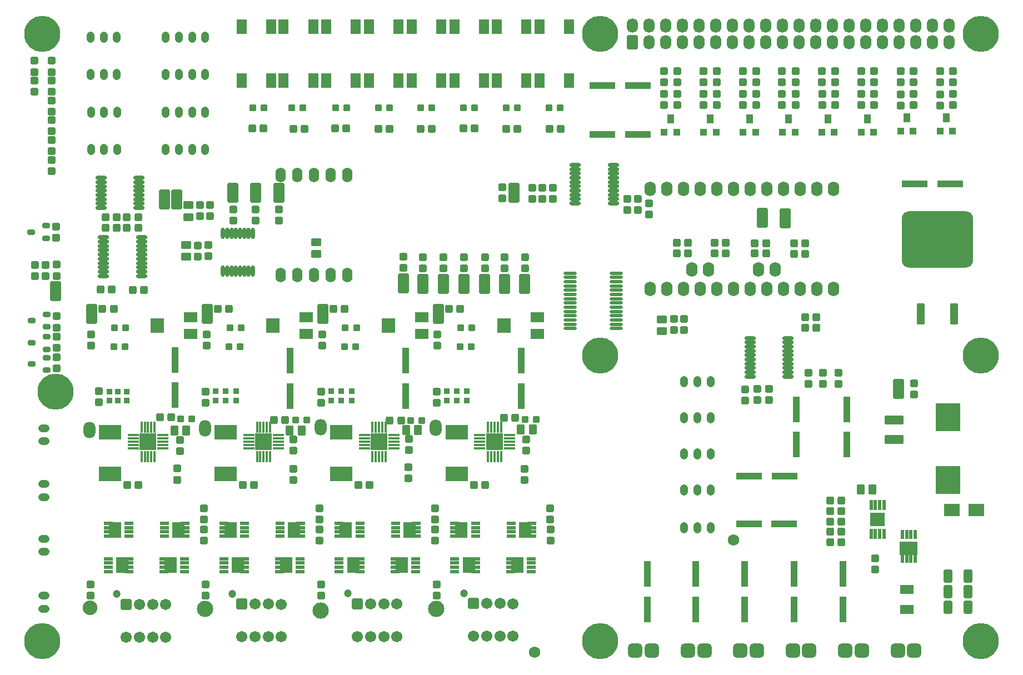
<source format=gts>
%FSAX24Y24*%
%MOIN*%
G70*
G01*
G75*
G04 Layer_Color=8388736*
%ADD10O,0.0709X0.0138*%
G04:AMPARAMS|DCode=11|XSize=50mil|YSize=50mil|CornerRadius=6.3mil|HoleSize=0mil|Usage=FLASHONLY|Rotation=90.000|XOffset=0mil|YOffset=0mil|HoleType=Round|Shape=RoundedRectangle|*
%AMROUNDEDRECTD11*
21,1,0.0500,0.0375,0,0,90.0*
21,1,0.0375,0.0500,0,0,90.0*
1,1,0.0125,0.0188,0.0188*
1,1,0.0125,0.0188,-0.0188*
1,1,0.0125,-0.0188,-0.0188*
1,1,0.0125,-0.0188,0.0188*
%
%ADD11ROUNDEDRECTD11*%
%ADD12R,0.0354X0.1457*%
G04:AMPARAMS|DCode=13|XSize=55.1mil|YSize=39.4mil|CornerRadius=4.9mil|HoleSize=0mil|Usage=FLASHONLY|Rotation=270.000|XOffset=0mil|YOffset=0mil|HoleType=Round|Shape=RoundedRectangle|*
%AMROUNDEDRECTD13*
21,1,0.0551,0.0295,0,0,270.0*
21,1,0.0453,0.0394,0,0,270.0*
1,1,0.0098,-0.0148,-0.0226*
1,1,0.0098,-0.0148,0.0226*
1,1,0.0098,0.0148,0.0226*
1,1,0.0098,0.0148,-0.0226*
%
%ADD13ROUNDEDRECTD13*%
G04:AMPARAMS|DCode=14|XSize=39.4mil|YSize=35.4mil|CornerRadius=4.4mil|HoleSize=0mil|Usage=FLASHONLY|Rotation=180.000|XOffset=0mil|YOffset=0mil|HoleType=Round|Shape=RoundedRectangle|*
%AMROUNDEDRECTD14*
21,1,0.0394,0.0266,0,0,180.0*
21,1,0.0305,0.0354,0,0,180.0*
1,1,0.0089,-0.0153,0.0133*
1,1,0.0089,0.0153,0.0133*
1,1,0.0089,0.0153,-0.0133*
1,1,0.0089,-0.0153,-0.0133*
%
%ADD14ROUNDEDRECTD14*%
%ADD15R,0.0300X0.0300*%
G04:AMPARAMS|DCode=16|XSize=39.4mil|YSize=35.4mil|CornerRadius=4.4mil|HoleSize=0mil|Usage=FLASHONLY|Rotation=270.000|XOffset=0mil|YOffset=0mil|HoleType=Round|Shape=RoundedRectangle|*
%AMROUNDEDRECTD16*
21,1,0.0394,0.0266,0,0,270.0*
21,1,0.0305,0.0354,0,0,270.0*
1,1,0.0089,-0.0133,-0.0153*
1,1,0.0089,-0.0133,0.0153*
1,1,0.0089,0.0133,0.0153*
1,1,0.0089,0.0133,-0.0153*
%
%ADD16ROUNDEDRECTD16*%
G04:AMPARAMS|DCode=17|XSize=70.9mil|YSize=45.3mil|CornerRadius=5.7mil|HoleSize=0mil|Usage=FLASHONLY|Rotation=90.000|XOffset=0mil|YOffset=0mil|HoleType=Round|Shape=RoundedRectangle|*
%AMROUNDEDRECTD17*
21,1,0.0709,0.0340,0,0,90.0*
21,1,0.0595,0.0453,0,0,90.0*
1,1,0.0113,0.0170,0.0298*
1,1,0.0113,0.0170,-0.0298*
1,1,0.0113,-0.0170,-0.0298*
1,1,0.0113,-0.0170,0.0298*
%
%ADD17ROUNDEDRECTD17*%
G04:AMPARAMS|DCode=18|XSize=106.3mil|YSize=45.3mil|CornerRadius=5.7mil|HoleSize=0mil|Usage=FLASHONLY|Rotation=0.000|XOffset=0mil|YOffset=0mil|HoleType=Round|Shape=RoundedRectangle|*
%AMROUNDEDRECTD18*
21,1,0.1063,0.0340,0,0,0.0*
21,1,0.0950,0.0453,0,0,0.0*
1,1,0.0113,0.0475,-0.0170*
1,1,0.0113,-0.0475,-0.0170*
1,1,0.0113,-0.0475,0.0170*
1,1,0.0113,0.0475,0.0170*
%
%ADD18ROUNDEDRECTD18*%
%ADD19R,0.1457X0.0354*%
G04:AMPARAMS|DCode=20|XSize=55.1mil|YSize=39.4mil|CornerRadius=4.9mil|HoleSize=0mil|Usage=FLASHONLY|Rotation=180.000|XOffset=0mil|YOffset=0mil|HoleType=Round|Shape=RoundedRectangle|*
%AMROUNDEDRECTD20*
21,1,0.0551,0.0295,0,0,180.0*
21,1,0.0453,0.0394,0,0,180.0*
1,1,0.0098,-0.0226,0.0148*
1,1,0.0098,0.0226,0.0148*
1,1,0.0098,0.0226,-0.0148*
1,1,0.0098,-0.0226,-0.0148*
%
%ADD20ROUNDEDRECTD20*%
%ADD21R,0.0860X0.0640*%
%ADD22R,0.0360X0.0360*%
%ADD23R,0.0360X0.0500*%
G04:AMPARAMS|DCode=24|XSize=31.5mil|YSize=31.5mil|CornerRadius=3.9mil|HoleSize=0mil|Usage=FLASHONLY|Rotation=180.000|XOffset=0mil|YOffset=0mil|HoleType=Round|Shape=RoundedRectangle|*
%AMROUNDEDRECTD24*
21,1,0.0315,0.0236,0,0,180.0*
21,1,0.0236,0.0315,0,0,180.0*
1,1,0.0079,-0.0118,0.0118*
1,1,0.0079,0.0118,0.0118*
1,1,0.0079,0.0118,-0.0118*
1,1,0.0079,-0.0118,-0.0118*
%
%ADD24ROUNDEDRECTD24*%
%ADD25R,0.1380X0.1610*%
%ADD26R,0.0500X0.0160*%
%ADD27R,0.0680X0.0880*%
%ADD28R,0.1043X0.0772*%
%ADD29R,0.0157X0.0500*%
G04:AMPARAMS|DCode=30|XSize=23.6mil|YSize=39.4mil|CornerRadius=3mil|HoleSize=0mil|Usage=FLASHONLY|Rotation=90.000|XOffset=0mil|YOffset=0mil|HoleType=Round|Shape=RoundedRectangle|*
%AMROUNDEDRECTD30*
21,1,0.0236,0.0335,0,0,90.0*
21,1,0.0177,0.0394,0,0,90.0*
1,1,0.0059,0.0167,0.0089*
1,1,0.0059,0.0167,-0.0089*
1,1,0.0059,-0.0167,-0.0089*
1,1,0.0059,-0.0167,0.0089*
%
%ADD30ROUNDEDRECTD30*%
%ADD31R,0.1250X0.0800*%
%ADD32R,0.0710X0.0440*%
%ADD33R,0.0551X0.0827*%
%ADD34R,0.0748X0.0787*%
%ADD35R,0.0748X0.0512*%
%ADD36R,0.0965X0.0965*%
%ADD37R,0.0100X0.0591*%
%ADD38R,0.0591X0.0100*%
%ADD39O,0.0157X0.0591*%
%ADD40R,0.0161X0.0540*%
%ADD41R,0.0790X0.0740*%
G04:AMPARAMS|DCode=42|XSize=330mil|YSize=420mil|CornerRadius=41.3mil|HoleSize=0mil|Usage=FLASHONLY|Rotation=270.000|XOffset=0mil|YOffset=0mil|HoleType=Round|Shape=RoundedRectangle|*
%AMROUNDEDRECTD42*
21,1,0.3300,0.3375,0,0,270.0*
21,1,0.2475,0.4200,0,0,270.0*
1,1,0.0825,-0.1688,-0.1238*
1,1,0.0825,-0.1688,0.1238*
1,1,0.0825,0.1688,0.1238*
1,1,0.0825,0.1688,-0.1238*
%
%ADD42ROUNDEDRECTD42*%
G04:AMPARAMS|DCode=43|XSize=120mil|YSize=40mil|CornerRadius=5mil|HoleSize=0mil|Usage=FLASHONLY|Rotation=270.000|XOffset=0mil|YOffset=0mil|HoleType=Round|Shape=RoundedRectangle|*
%AMROUNDEDRECTD43*
21,1,0.1200,0.0300,0,0,270.0*
21,1,0.1100,0.0400,0,0,270.0*
1,1,0.0100,-0.0150,-0.0550*
1,1,0.0100,-0.0150,0.0550*
1,1,0.0100,0.0150,0.0550*
1,1,0.0100,0.0150,-0.0550*
%
%ADD43ROUNDEDRECTD43*%
%ADD44O,0.0591X0.0157*%
%ADD45O,0.0591X0.0157*%
%ADD46C,0.0080*%
%ADD47C,0.0100*%
%ADD48C,0.0150*%
%ADD49C,0.1000*%
%ADD50C,0.0500*%
%ADD51C,0.0350*%
%ADD52C,0.0450*%
%ADD53C,0.0200*%
%ADD54C,0.0600*%
%ADD55C,0.0300*%
%ADD56C,0.0400*%
%ADD57C,0.0250*%
%ADD58C,0.2087*%
%ADD59C,0.0600*%
%ADD60C,0.0900*%
%ADD61O,0.0650X0.0900*%
%ADD62C,0.0800*%
%ADD63O,0.0413X0.0591*%
%ADD64O,0.0591X0.0787*%
G04:AMPARAMS|DCode=65|XSize=78.7mil|YSize=59.1mil|CornerRadius=7.4mil|HoleSize=0mil|Usage=FLASHONLY|Rotation=90.000|XOffset=0mil|YOffset=0mil|HoleType=Round|Shape=RoundedRectangle|*
%AMROUNDEDRECTD65*
21,1,0.0787,0.0443,0,0,90.0*
21,1,0.0640,0.0591,0,0,90.0*
1,1,0.0148,0.0221,0.0320*
1,1,0.0148,0.0221,-0.0320*
1,1,0.0148,-0.0221,-0.0320*
1,1,0.0148,-0.0221,0.0320*
%
%ADD65ROUNDEDRECTD65*%
G04:AMPARAMS|DCode=66|XSize=78.7mil|YSize=78.7mil|CornerRadius=19.7mil|HoleSize=0mil|Usage=FLASHONLY|Rotation=0.000|XOffset=0mil|YOffset=0mil|HoleType=Round|Shape=RoundedRectangle|*
%AMROUNDEDRECTD66*
21,1,0.0787,0.0394,0,0,0.0*
21,1,0.0394,0.0787,0,0,0.0*
1,1,0.0394,0.0197,-0.0197*
1,1,0.0394,-0.0197,-0.0197*
1,1,0.0394,-0.0197,0.0197*
1,1,0.0394,0.0197,0.0197*
%
%ADD66ROUNDEDRECTD66*%
%ADD67C,0.0591*%
G04:AMPARAMS|DCode=68|XSize=59.1mil|YSize=59.1mil|CornerRadius=7.4mil|HoleSize=0mil|Usage=FLASHONLY|Rotation=0.000|XOffset=0mil|YOffset=0mil|HoleType=Round|Shape=RoundedRectangle|*
%AMROUNDEDRECTD68*
21,1,0.0591,0.0443,0,0,0.0*
21,1,0.0443,0.0591,0,0,0.0*
1,1,0.0148,0.0221,-0.0221*
1,1,0.0148,-0.0221,-0.0221*
1,1,0.0148,-0.0221,0.0221*
1,1,0.0148,0.0221,0.0221*
%
%ADD68ROUNDEDRECTD68*%
%ADD69C,0.0394*%
%ADD70O,0.0591X0.0413*%
%ADD71O,0.0600X0.0800*%
%ADD72O,0.0550X0.0800*%
%ADD73C,0.0300*%
%ADD74C,0.0250*%
%ADD75C,0.0290*%
%ADD76C,0.0310*%
%ADD77C,0.0360*%
%ADD78C,0.0350*%
%ADD79C,0.0098*%
%ADD80C,0.0197*%
%ADD81C,0.0060*%
%ADD82C,0.0050*%
%ADD83C,0.0236*%
%ADD84C,0.0070*%
%ADD85C,0.0079*%
%ADD86C,0.0075*%
%ADD87C,0.0090*%
%ADD88C,0.0040*%
%ADD89R,0.0669X0.0738*%
%ADD90R,0.0650X0.0768*%
%ADD91R,0.0738X0.0669*%
%ADD92R,0.0768X0.0650*%
%ADD93R,0.0472X0.0118*%
%ADD94R,0.0523X0.0723*%
%ADD95R,0.0571X0.0571*%
%ADD96O,0.0117X0.0551*%
%ADD97O,0.0551X0.0117*%
G04:AMPARAMS|DCode=98|XSize=118mil|YSize=65mil|CornerRadius=8.1mil|HoleSize=0mil|Usage=FLASHONLY|Rotation=90.000|XOffset=0mil|YOffset=0mil|HoleType=Round|Shape=RoundedRectangle|*
%AMROUNDEDRECTD98*
21,1,0.1180,0.0488,0,0,90.0*
21,1,0.1017,0.0650,0,0,90.0*
1,1,0.0163,0.0244,0.0509*
1,1,0.0163,0.0244,-0.0509*
1,1,0.0163,-0.0244,-0.0509*
1,1,0.0163,-0.0244,0.0509*
%
%ADD98ROUNDEDRECTD98*%
%ADD99R,0.1890X0.0472*%
%ADD100R,0.0472X0.1890*%
%ADD101O,0.0789X0.0218*%
G04:AMPARAMS|DCode=102|XSize=58mil|YSize=58mil|CornerRadius=10.3mil|HoleSize=0mil|Usage=FLASHONLY|Rotation=90.000|XOffset=0mil|YOffset=0mil|HoleType=Round|Shape=RoundedRectangle|*
%AMROUNDEDRECTD102*
21,1,0.0580,0.0375,0,0,90.0*
21,1,0.0375,0.0580,0,0,90.0*
1,1,0.0205,0.0188,0.0188*
1,1,0.0205,0.0188,-0.0188*
1,1,0.0205,-0.0188,-0.0188*
1,1,0.0205,-0.0188,0.0188*
%
%ADD102ROUNDEDRECTD102*%
%ADD103R,0.0434X0.1537*%
G04:AMPARAMS|DCode=104|XSize=63.1mil|YSize=47.4mil|CornerRadius=8.9mil|HoleSize=0mil|Usage=FLASHONLY|Rotation=270.000|XOffset=0mil|YOffset=0mil|HoleType=Round|Shape=RoundedRectangle|*
%AMROUNDEDRECTD104*
21,1,0.0631,0.0295,0,0,270.0*
21,1,0.0453,0.0474,0,0,270.0*
1,1,0.0178,-0.0148,-0.0226*
1,1,0.0178,-0.0148,0.0226*
1,1,0.0178,0.0148,0.0226*
1,1,0.0178,0.0148,-0.0226*
%
%ADD104ROUNDEDRECTD104*%
G04:AMPARAMS|DCode=105|XSize=47.4mil|YSize=43.4mil|CornerRadius=8.4mil|HoleSize=0mil|Usage=FLASHONLY|Rotation=180.000|XOffset=0mil|YOffset=0mil|HoleType=Round|Shape=RoundedRectangle|*
%AMROUNDEDRECTD105*
21,1,0.0474,0.0266,0,0,180.0*
21,1,0.0305,0.0434,0,0,180.0*
1,1,0.0169,-0.0153,0.0133*
1,1,0.0169,0.0153,0.0133*
1,1,0.0169,0.0153,-0.0133*
1,1,0.0169,-0.0153,-0.0133*
%
%ADD105ROUNDEDRECTD105*%
%ADD106R,0.0380X0.0380*%
G04:AMPARAMS|DCode=107|XSize=47.4mil|YSize=43.4mil|CornerRadius=8.4mil|HoleSize=0mil|Usage=FLASHONLY|Rotation=270.000|XOffset=0mil|YOffset=0mil|HoleType=Round|Shape=RoundedRectangle|*
%AMROUNDEDRECTD107*
21,1,0.0474,0.0266,0,0,270.0*
21,1,0.0305,0.0434,0,0,270.0*
1,1,0.0169,-0.0133,-0.0153*
1,1,0.0169,-0.0133,0.0153*
1,1,0.0169,0.0133,0.0153*
1,1,0.0169,0.0133,-0.0153*
%
%ADD107ROUNDEDRECTD107*%
G04:AMPARAMS|DCode=108|XSize=78.9mil|YSize=53.3mil|CornerRadius=9.7mil|HoleSize=0mil|Usage=FLASHONLY|Rotation=90.000|XOffset=0mil|YOffset=0mil|HoleType=Round|Shape=RoundedRectangle|*
%AMROUNDEDRECTD108*
21,1,0.0789,0.0340,0,0,90.0*
21,1,0.0595,0.0533,0,0,90.0*
1,1,0.0193,0.0170,0.0298*
1,1,0.0193,0.0170,-0.0298*
1,1,0.0193,-0.0170,-0.0298*
1,1,0.0193,-0.0170,0.0298*
%
%ADD108ROUNDEDRECTD108*%
G04:AMPARAMS|DCode=109|XSize=114.3mil|YSize=53.3mil|CornerRadius=9.7mil|HoleSize=0mil|Usage=FLASHONLY|Rotation=0.000|XOffset=0mil|YOffset=0mil|HoleType=Round|Shape=RoundedRectangle|*
%AMROUNDEDRECTD109*
21,1,0.1143,0.0340,0,0,0.0*
21,1,0.0950,0.0533,0,0,0.0*
1,1,0.0193,0.0475,-0.0170*
1,1,0.0193,-0.0475,-0.0170*
1,1,0.0193,-0.0475,0.0170*
1,1,0.0193,0.0475,0.0170*
%
%ADD109ROUNDEDRECTD109*%
%ADD110R,0.1537X0.0434*%
G04:AMPARAMS|DCode=111|XSize=63.1mil|YSize=47.4mil|CornerRadius=8.9mil|HoleSize=0mil|Usage=FLASHONLY|Rotation=180.000|XOffset=0mil|YOffset=0mil|HoleType=Round|Shape=RoundedRectangle|*
%AMROUNDEDRECTD111*
21,1,0.0631,0.0295,0,0,180.0*
21,1,0.0453,0.0474,0,0,180.0*
1,1,0.0178,-0.0226,0.0148*
1,1,0.0178,0.0226,0.0148*
1,1,0.0178,0.0226,-0.0148*
1,1,0.0178,-0.0226,-0.0148*
%
%ADD111ROUNDEDRECTD111*%
%ADD112R,0.0940X0.0720*%
%ADD113R,0.0440X0.0440*%
%ADD114R,0.0440X0.0580*%
G04:AMPARAMS|DCode=115|XSize=39.5mil|YSize=39.5mil|CornerRadius=7.9mil|HoleSize=0mil|Usage=FLASHONLY|Rotation=180.000|XOffset=0mil|YOffset=0mil|HoleType=Round|Shape=RoundedRectangle|*
%AMROUNDEDRECTD115*
21,1,0.0395,0.0236,0,0,180.0*
21,1,0.0236,0.0395,0,0,180.0*
1,1,0.0159,-0.0118,0.0118*
1,1,0.0159,0.0118,0.0118*
1,1,0.0159,0.0118,-0.0118*
1,1,0.0159,-0.0118,-0.0118*
%
%ADD115ROUNDEDRECTD115*%
%ADD116R,0.1460X0.1690*%
%ADD117R,0.0580X0.0240*%
%ADD118R,0.0760X0.0960*%
%ADD119R,0.1103X0.0832*%
%ADD120R,0.0217X0.0560*%
G04:AMPARAMS|DCode=121|XSize=31.6mil|YSize=47.4mil|CornerRadius=7mil|HoleSize=0mil|Usage=FLASHONLY|Rotation=90.000|XOffset=0mil|YOffset=0mil|HoleType=Round|Shape=RoundedRectangle|*
%AMROUNDEDRECTD121*
21,1,0.0316,0.0335,0,0,90.0*
21,1,0.0177,0.0474,0,0,90.0*
1,1,0.0139,0.0167,0.0089*
1,1,0.0139,0.0167,-0.0089*
1,1,0.0139,-0.0167,-0.0089*
1,1,0.0139,-0.0167,0.0089*
%
%ADD121ROUNDEDRECTD121*%
%ADD122R,0.1330X0.0880*%
%ADD123R,0.0790X0.0520*%
%ADD124R,0.0631X0.0907*%
%ADD125R,0.0828X0.0867*%
%ADD126R,0.0828X0.0592*%
%ADD127R,0.1045X0.1045*%
%ADD128R,0.0180X0.0671*%
%ADD129R,0.0671X0.0180*%
%ADD130O,0.0237X0.0671*%
%ADD131R,0.0241X0.0620*%
%ADD132R,0.0870X0.0820*%
G04:AMPARAMS|DCode=133|XSize=338mil|YSize=428mil|CornerRadius=45.3mil|HoleSize=0mil|Usage=FLASHONLY|Rotation=270.000|XOffset=0mil|YOffset=0mil|HoleType=Round|Shape=RoundedRectangle|*
%AMROUNDEDRECTD133*
21,1,0.3380,0.3375,0,0,270.0*
21,1,0.2475,0.4280,0,0,270.0*
1,1,0.0905,-0.1688,-0.1238*
1,1,0.0905,-0.1688,0.1238*
1,1,0.0905,0.1688,0.1238*
1,1,0.0905,0.1688,-0.1238*
%
%ADD133ROUNDEDRECTD133*%
G04:AMPARAMS|DCode=134|XSize=128mil|YSize=48mil|CornerRadius=9mil|HoleSize=0mil|Usage=FLASHONLY|Rotation=270.000|XOffset=0mil|YOffset=0mil|HoleType=Round|Shape=RoundedRectangle|*
%AMROUNDEDRECTD134*
21,1,0.1280,0.0300,0,0,270.0*
21,1,0.1100,0.0480,0,0,270.0*
1,1,0.0180,-0.0150,-0.0550*
1,1,0.0180,-0.0150,0.0550*
1,1,0.0180,0.0150,0.0550*
1,1,0.0180,0.0150,-0.0550*
%
%ADD134ROUNDEDRECTD134*%
%ADD135O,0.0691X0.0257*%
%ADD136O,0.0671X0.0237*%
%ADD137C,0.2167*%
%ADD138C,0.0680*%
%ADD139C,0.0980*%
%ADD140O,0.0730X0.0980*%
%ADD141C,0.0880*%
%ADD142O,0.0493X0.0671*%
%ADD143O,0.0671X0.0867*%
G04:AMPARAMS|DCode=144|XSize=86.7mil|YSize=67.1mil|CornerRadius=11.4mil|HoleSize=0mil|Usage=FLASHONLY|Rotation=90.000|XOffset=0mil|YOffset=0mil|HoleType=Round|Shape=RoundedRectangle|*
%AMROUNDEDRECTD144*
21,1,0.0867,0.0443,0,0,90.0*
21,1,0.0640,0.0671,0,0,90.0*
1,1,0.0228,0.0221,0.0320*
1,1,0.0228,0.0221,-0.0320*
1,1,0.0228,-0.0221,-0.0320*
1,1,0.0228,-0.0221,0.0320*
%
%ADD144ROUNDEDRECTD144*%
G04:AMPARAMS|DCode=145|XSize=86.7mil|YSize=86.7mil|CornerRadius=23.7mil|HoleSize=0mil|Usage=FLASHONLY|Rotation=0.000|XOffset=0mil|YOffset=0mil|HoleType=Round|Shape=RoundedRectangle|*
%AMROUNDEDRECTD145*
21,1,0.0867,0.0394,0,0,0.0*
21,1,0.0394,0.0867,0,0,0.0*
1,1,0.0474,0.0197,-0.0197*
1,1,0.0474,-0.0197,-0.0197*
1,1,0.0474,-0.0197,0.0197*
1,1,0.0474,0.0197,0.0197*
%
%ADD145ROUNDEDRECTD145*%
%ADD146C,0.0671*%
G04:AMPARAMS|DCode=147|XSize=67.1mil|YSize=67.1mil|CornerRadius=11.4mil|HoleSize=0mil|Usage=FLASHONLY|Rotation=0.000|XOffset=0mil|YOffset=0mil|HoleType=Round|Shape=RoundedRectangle|*
%AMROUNDEDRECTD147*
21,1,0.0671,0.0443,0,0,0.0*
21,1,0.0443,0.0671,0,0,0.0*
1,1,0.0228,0.0221,-0.0221*
1,1,0.0228,-0.0221,-0.0221*
1,1,0.0228,-0.0221,0.0221*
1,1,0.0228,0.0221,0.0221*
%
%ADD147ROUNDEDRECTD147*%
%ADD148C,0.0474*%
%ADD149O,0.0671X0.0493*%
%ADD150O,0.0680X0.0880*%
%ADD151O,0.0630X0.0880*%
D98*
X025431Y066639D02*
D03*
X032283Y067047D02*
D03*
X040945Y061575D02*
D03*
X026159Y066644D02*
D03*
X030906Y067047D02*
D03*
X042163Y061575D02*
D03*
X029528Y067047D02*
D03*
X043406Y061575D02*
D03*
X044646D02*
D03*
X045827D02*
D03*
X047047D02*
D03*
X069449Y055276D02*
D03*
X046388Y067057D02*
D03*
X018898Y061142D02*
D03*
X021063Y059771D02*
D03*
X027992D02*
D03*
X034921D02*
D03*
X041850D02*
D03*
X039764Y061614D02*
D03*
X061309Y065532D02*
D03*
X062657Y065512D02*
D03*
D99*
X029833Y062333D02*
D03*
X029833Y064616D02*
D03*
D100*
X021624Y067037D02*
D03*
X023907D02*
D03*
D101*
X049761Y058898D02*
D03*
Y059154D02*
D03*
Y059410D02*
D03*
Y059666D02*
D03*
Y059922D02*
D03*
Y060178D02*
D03*
Y060433D02*
D03*
Y060689D02*
D03*
Y060945D02*
D03*
Y061201D02*
D03*
Y061457D02*
D03*
Y061713D02*
D03*
Y061969D02*
D03*
Y062225D02*
D03*
X052517D02*
D03*
Y061969D02*
D03*
Y061713D02*
D03*
Y061457D02*
D03*
Y061201D02*
D03*
Y060945D02*
D03*
Y060689D02*
D03*
Y060433D02*
D03*
Y060178D02*
D03*
Y059922D02*
D03*
Y059666D02*
D03*
Y059410D02*
D03*
Y059154D02*
D03*
Y058898D02*
D03*
D102*
X025431Y066939D02*
D03*
Y066339D02*
D03*
X032283Y067347D02*
D03*
Y066747D02*
D03*
X040945Y061275D02*
D03*
Y061875D02*
D03*
X026159Y066944D02*
D03*
Y066344D02*
D03*
X030906Y067347D02*
D03*
Y066747D02*
D03*
X042163Y061275D02*
D03*
Y061875D02*
D03*
X029528Y067347D02*
D03*
Y066747D02*
D03*
X043406Y061275D02*
D03*
Y061875D02*
D03*
X044646Y061275D02*
D03*
Y061875D02*
D03*
X045827Y061275D02*
D03*
Y061875D02*
D03*
X047047Y061275D02*
D03*
Y061875D02*
D03*
X069449Y054976D02*
D03*
Y055576D02*
D03*
X046388Y067357D02*
D03*
Y066757D02*
D03*
X018898Y060842D02*
D03*
Y061442D02*
D03*
X021063Y060071D02*
D03*
Y059471D02*
D03*
X027992Y060071D02*
D03*
Y059471D02*
D03*
X034921Y060071D02*
D03*
Y059471D02*
D03*
X041850Y060071D02*
D03*
Y059471D02*
D03*
X039764Y061314D02*
D03*
Y061914D02*
D03*
X061309Y065831D02*
D03*
Y065231D02*
D03*
X062657Y065812D02*
D03*
Y065212D02*
D03*
D103*
X026061Y054895D02*
D03*
Y057021D02*
D03*
X032975Y054855D02*
D03*
Y056981D02*
D03*
X039904Y054855D02*
D03*
Y056981D02*
D03*
X046833Y054855D02*
D03*
Y056981D02*
D03*
X063346Y054055D02*
D03*
Y051929D02*
D03*
X066378Y054055D02*
D03*
Y051929D02*
D03*
X066142Y042047D02*
D03*
Y044173D02*
D03*
X054409Y042047D02*
D03*
Y044173D02*
D03*
X060236Y042047D02*
D03*
Y044173D02*
D03*
X063189Y042047D02*
D03*
Y044173D02*
D03*
X057283Y042047D02*
D03*
Y044173D02*
D03*
D104*
X026742Y052776D02*
D03*
X026033D02*
D03*
X033652D02*
D03*
X032943D02*
D03*
X040630Y052815D02*
D03*
X039921D02*
D03*
X047520Y052835D02*
D03*
X046811D02*
D03*
X067205Y049252D02*
D03*
X067913D02*
D03*
D105*
X026378Y052224D02*
D03*
Y051555D02*
D03*
X033179Y052237D02*
D03*
Y051568D02*
D03*
X040098Y052274D02*
D03*
Y051604D02*
D03*
X047126Y052254D02*
D03*
Y051585D02*
D03*
X026211Y050492D02*
D03*
Y049823D02*
D03*
X033150Y050472D02*
D03*
Y049803D02*
D03*
X040069Y050561D02*
D03*
Y049892D02*
D03*
X047018Y050482D02*
D03*
Y049813D02*
D03*
X056201Y073681D02*
D03*
Y074350D02*
D03*
X028081Y063898D02*
D03*
Y063228D02*
D03*
X027441Y063878D02*
D03*
Y063209D02*
D03*
X058563Y073681D02*
D03*
Y074350D02*
D03*
X060945Y073681D02*
D03*
Y074350D02*
D03*
X055984Y059468D02*
D03*
Y058799D02*
D03*
X056614Y059468D02*
D03*
Y058799D02*
D03*
X063307Y073681D02*
D03*
Y074350D02*
D03*
X065650Y073681D02*
D03*
Y074350D02*
D03*
X067992Y073681D02*
D03*
Y074350D02*
D03*
X070354Y073681D02*
D03*
Y074350D02*
D03*
X064055Y055571D02*
D03*
Y056240D02*
D03*
X064921Y055571D02*
D03*
Y056240D02*
D03*
X065866Y055571D02*
D03*
Y056240D02*
D03*
X072717Y073681D02*
D03*
Y074350D02*
D03*
X060276Y055256D02*
D03*
Y054587D02*
D03*
X060984Y055263D02*
D03*
Y054594D02*
D03*
X061693Y055263D02*
D03*
Y054594D02*
D03*
X054508Y065728D02*
D03*
Y066398D02*
D03*
X053819Y066014D02*
D03*
Y066683D02*
D03*
X053194Y066004D02*
D03*
Y066673D02*
D03*
X047500Y067333D02*
D03*
Y066663D02*
D03*
X048720Y067333D02*
D03*
Y066663D02*
D03*
X048110Y067333D02*
D03*
Y066663D02*
D03*
X027549Y065650D02*
D03*
Y066319D02*
D03*
X028169Y065650D02*
D03*
Y066319D02*
D03*
X017638Y074961D02*
D03*
Y074291D02*
D03*
X018661Y074961D02*
D03*
Y074291D02*
D03*
X018661Y072579D02*
D03*
Y071909D02*
D03*
X018661Y070197D02*
D03*
Y069527D02*
D03*
X027793Y047434D02*
D03*
Y048103D02*
D03*
X034722Y047434D02*
D03*
Y048103D02*
D03*
X041651Y047434D02*
D03*
Y048103D02*
D03*
X048580Y047434D02*
D03*
Y048103D02*
D03*
X020982Y042867D02*
D03*
Y043537D02*
D03*
X027911Y042867D02*
D03*
Y043537D02*
D03*
X034840Y042867D02*
D03*
Y043537D02*
D03*
X041769Y042867D02*
D03*
Y043537D02*
D03*
X027795Y046838D02*
D03*
Y046169D02*
D03*
X034724Y046838D02*
D03*
Y046169D02*
D03*
X041654Y046838D02*
D03*
Y046169D02*
D03*
X048583Y046838D02*
D03*
Y046169D02*
D03*
X045689Y067382D02*
D03*
Y066713D02*
D03*
X021496Y054468D02*
D03*
Y055138D02*
D03*
X027913Y054437D02*
D03*
Y055106D02*
D03*
X034843Y054437D02*
D03*
Y055106D02*
D03*
X041772Y054437D02*
D03*
Y055106D02*
D03*
X021024Y058531D02*
D03*
Y057862D02*
D03*
X027953Y058531D02*
D03*
Y057862D02*
D03*
X034882Y058531D02*
D03*
Y057862D02*
D03*
X041811Y058531D02*
D03*
Y057862D02*
D03*
X056201Y072303D02*
D03*
Y072972D02*
D03*
X055413Y072972D02*
D03*
Y072303D02*
D03*
Y074350D02*
D03*
Y073681D02*
D03*
X029567Y065374D02*
D03*
Y066043D02*
D03*
X058563Y072303D02*
D03*
Y072972D02*
D03*
X068081Y045098D02*
D03*
Y044429D02*
D03*
X030906Y065374D02*
D03*
Y066043D02*
D03*
X057776Y072972D02*
D03*
Y072303D02*
D03*
Y074350D02*
D03*
Y073681D02*
D03*
X032283Y065374D02*
D03*
Y066043D02*
D03*
X060925Y072303D02*
D03*
Y072972D02*
D03*
X060118Y072972D02*
D03*
Y072303D02*
D03*
Y074350D02*
D03*
Y073681D02*
D03*
X040945Y063169D02*
D03*
Y062500D02*
D03*
X063287Y072303D02*
D03*
Y072972D02*
D03*
X042165Y063169D02*
D03*
Y062500D02*
D03*
X062480Y072972D02*
D03*
Y072303D02*
D03*
Y074350D02*
D03*
Y073681D02*
D03*
X043406Y063169D02*
D03*
Y062500D02*
D03*
X044652Y063169D02*
D03*
Y062500D02*
D03*
X047066Y063169D02*
D03*
Y062500D02*
D03*
X045827Y063169D02*
D03*
Y062500D02*
D03*
X065650Y072303D02*
D03*
Y072972D02*
D03*
X064882Y072972D02*
D03*
Y072303D02*
D03*
X064862Y074350D02*
D03*
Y073681D02*
D03*
X039764Y063209D02*
D03*
Y062539D02*
D03*
X068012Y072303D02*
D03*
Y072972D02*
D03*
X067224Y072972D02*
D03*
Y072303D02*
D03*
Y074350D02*
D03*
Y073681D02*
D03*
X070354Y072303D02*
D03*
Y072972D02*
D03*
X069587Y072953D02*
D03*
Y072283D02*
D03*
X069606Y074350D02*
D03*
Y073681D02*
D03*
X070413Y054941D02*
D03*
Y055610D02*
D03*
X072717Y072303D02*
D03*
Y072972D02*
D03*
X071949Y072953D02*
D03*
Y072283D02*
D03*
Y074331D02*
D03*
Y073661D02*
D03*
X018957Y062726D02*
D03*
Y062057D02*
D03*
X018307Y062047D02*
D03*
Y062717D02*
D03*
X017677Y062047D02*
D03*
Y062717D02*
D03*
X018661Y069016D02*
D03*
Y068346D02*
D03*
Y071398D02*
D03*
Y070728D02*
D03*
Y073780D02*
D03*
Y073110D02*
D03*
X017638Y073780D02*
D03*
Y073110D02*
D03*
X018937Y065020D02*
D03*
Y064350D02*
D03*
X018976Y059626D02*
D03*
Y058957D02*
D03*
Y058406D02*
D03*
Y057736D02*
D03*
Y057185D02*
D03*
Y056516D02*
D03*
D106*
X022126Y054568D02*
D03*
Y055118D02*
D03*
X028502Y054581D02*
D03*
Y055131D02*
D03*
X035431Y054581D02*
D03*
Y055131D02*
D03*
X042360Y054581D02*
D03*
Y055131D02*
D03*
X023150Y055117D02*
D03*
Y054567D02*
D03*
X029722Y055130D02*
D03*
Y054580D02*
D03*
X036651Y055130D02*
D03*
Y054580D02*
D03*
X043580Y055130D02*
D03*
Y054580D02*
D03*
X022638Y054568D02*
D03*
Y055118D02*
D03*
X029092Y054581D02*
D03*
Y055131D02*
D03*
X036021Y054581D02*
D03*
Y055131D02*
D03*
X042950Y054581D02*
D03*
Y055131D02*
D03*
D107*
X065374Y046693D02*
D03*
X066043D02*
D03*
X066043Y047953D02*
D03*
X065374D02*
D03*
X060846Y064016D02*
D03*
X061516D02*
D03*
X063211Y064016D02*
D03*
X063880D02*
D03*
X056177Y064055D02*
D03*
X056847D02*
D03*
X058445Y064035D02*
D03*
X059114D02*
D03*
X021604Y061230D02*
D03*
X022274D02*
D03*
X023533Y061220D02*
D03*
X024203D02*
D03*
X021890Y064951D02*
D03*
X022559D02*
D03*
X023848D02*
D03*
X023179D02*
D03*
X021890Y065561D02*
D03*
X022559D02*
D03*
X023848D02*
D03*
X023179D02*
D03*
X023206Y049501D02*
D03*
X023876D02*
D03*
X030135D02*
D03*
X030805D02*
D03*
X037065D02*
D03*
X037734D02*
D03*
X043994D02*
D03*
X044663D02*
D03*
X021713Y060086D02*
D03*
X022382D02*
D03*
X028642D02*
D03*
X029311D02*
D03*
X035571D02*
D03*
X036240D02*
D03*
X042500D02*
D03*
X043169D02*
D03*
X058445Y063406D02*
D03*
X059114D02*
D03*
X056177Y063425D02*
D03*
X056847D02*
D03*
X065374Y046063D02*
D03*
X066043D02*
D03*
X066043Y047323D02*
D03*
X065374D02*
D03*
X065374Y048583D02*
D03*
X066043D02*
D03*
X025837Y053573D02*
D03*
X025167D02*
D03*
X032667Y053406D02*
D03*
X031998D02*
D03*
X039616Y053386D02*
D03*
X038947D02*
D03*
X046457Y053543D02*
D03*
X045787D02*
D03*
X049193Y070866D02*
D03*
X048524D02*
D03*
X046594D02*
D03*
X045925D02*
D03*
X044035Y070906D02*
D03*
X043366D02*
D03*
X041476Y070866D02*
D03*
X040807D02*
D03*
X038917D02*
D03*
X038248D02*
D03*
X035650Y070906D02*
D03*
X036319D02*
D03*
X033839Y070866D02*
D03*
X033169D02*
D03*
X063211Y063386D02*
D03*
X063880D02*
D03*
X060846Y063406D02*
D03*
X061516D02*
D03*
X031358Y070906D02*
D03*
X030689D02*
D03*
X063848Y058937D02*
D03*
X064518D02*
D03*
X063848Y059587D02*
D03*
X064518D02*
D03*
D108*
X072441Y043110D02*
D03*
X073622D02*
D03*
X072441Y042165D02*
D03*
X073622D02*
D03*
X072441Y044055D02*
D03*
X073622D02*
D03*
D109*
X069213Y053425D02*
D03*
Y052244D02*
D03*
D110*
X070433Y067559D02*
D03*
X072559D02*
D03*
X060512Y050039D02*
D03*
X062638D02*
D03*
X060488Y047165D02*
D03*
X062614D02*
D03*
X053819Y070551D02*
D03*
X051693D02*
D03*
X053819Y073465D02*
D03*
X051693D02*
D03*
D111*
X026742Y063195D02*
D03*
Y063903D02*
D03*
X055276Y058740D02*
D03*
Y059449D02*
D03*
X026850Y066299D02*
D03*
Y065591D02*
D03*
X034537Y064085D02*
D03*
Y063376D02*
D03*
D112*
X074116Y047992D02*
D03*
X072656D02*
D03*
D113*
X056163Y070669D02*
D03*
X055413Y070669D02*
D03*
X058526Y070669D02*
D03*
X057776Y070669D02*
D03*
X060888Y070669D02*
D03*
X060138Y070669D02*
D03*
X063250Y070669D02*
D03*
X062500Y070669D02*
D03*
X065612Y070669D02*
D03*
X064862Y070669D02*
D03*
X067974Y070669D02*
D03*
X067224Y070669D02*
D03*
X070337Y070748D02*
D03*
X069587Y070748D02*
D03*
X072699Y070748D02*
D03*
X071949Y070748D02*
D03*
D114*
X055793Y071469D02*
D03*
X058156D02*
D03*
X060518Y071469D02*
D03*
X062880Y071469D02*
D03*
X065242D02*
D03*
X067604D02*
D03*
X069967Y071548D02*
D03*
X072329D02*
D03*
D115*
X022421Y058945D02*
D03*
X023091D02*
D03*
X029350D02*
D03*
X030020D02*
D03*
X036280D02*
D03*
X036949D02*
D03*
X043209D02*
D03*
X043878D02*
D03*
X048484Y072146D02*
D03*
X049154D02*
D03*
X045925Y072146D02*
D03*
X046594D02*
D03*
X043366Y072146D02*
D03*
X044035D02*
D03*
X040807D02*
D03*
X041476D02*
D03*
X038248D02*
D03*
X038917D02*
D03*
X035689D02*
D03*
X036358D02*
D03*
X033051Y072126D02*
D03*
X033720D02*
D03*
X030728D02*
D03*
X031398D02*
D03*
X026398Y053465D02*
D03*
X027067D02*
D03*
X033287Y053406D02*
D03*
X033957D02*
D03*
X040197Y053386D02*
D03*
X040866D02*
D03*
X047067Y053455D02*
D03*
X047736D02*
D03*
X022382Y057803D02*
D03*
X023051D02*
D03*
X029311D02*
D03*
X029980D02*
D03*
X036240D02*
D03*
X036909D02*
D03*
X043169D02*
D03*
X043839D02*
D03*
D116*
X072441Y053563D02*
D03*
Y049823D02*
D03*
D117*
X023295Y046434D02*
D03*
Y046694D02*
D03*
Y046954D02*
D03*
Y047214D02*
D03*
X022055Y046434D02*
D03*
Y046694D02*
D03*
Y046954D02*
D03*
Y047214D02*
D03*
X030224Y046434D02*
D03*
Y046694D02*
D03*
Y046954D02*
D03*
Y047214D02*
D03*
X028984Y046434D02*
D03*
Y046694D02*
D03*
Y046954D02*
D03*
Y047214D02*
D03*
X037153Y046434D02*
D03*
Y046694D02*
D03*
Y046954D02*
D03*
Y047214D02*
D03*
X035913Y046434D02*
D03*
Y046694D02*
D03*
Y046954D02*
D03*
Y047214D02*
D03*
X044082Y046434D02*
D03*
Y046694D02*
D03*
Y046954D02*
D03*
Y047214D02*
D03*
X042842Y046434D02*
D03*
Y046694D02*
D03*
Y046954D02*
D03*
Y047214D02*
D03*
X025441D02*
D03*
Y046954D02*
D03*
Y046694D02*
D03*
Y046434D02*
D03*
X026681Y047214D02*
D03*
Y046954D02*
D03*
Y046694D02*
D03*
Y046434D02*
D03*
X032370Y047214D02*
D03*
Y046954D02*
D03*
Y046694D02*
D03*
Y046434D02*
D03*
X033610Y047214D02*
D03*
Y046954D02*
D03*
Y046694D02*
D03*
Y046434D02*
D03*
X039299Y047214D02*
D03*
Y046954D02*
D03*
Y046694D02*
D03*
Y046434D02*
D03*
X040539Y047214D02*
D03*
Y046954D02*
D03*
Y046694D02*
D03*
Y046434D02*
D03*
X046228Y047214D02*
D03*
Y046954D02*
D03*
Y046694D02*
D03*
Y046434D02*
D03*
X047468Y047214D02*
D03*
Y046954D02*
D03*
Y046694D02*
D03*
Y046434D02*
D03*
X022055Y045088D02*
D03*
Y044828D02*
D03*
Y044568D02*
D03*
Y044308D02*
D03*
X023295Y045088D02*
D03*
Y044828D02*
D03*
Y044568D02*
D03*
Y044308D02*
D03*
X028984Y045088D02*
D03*
Y044828D02*
D03*
Y044568D02*
D03*
Y044308D02*
D03*
X030224Y045088D02*
D03*
Y044828D02*
D03*
Y044568D02*
D03*
Y044308D02*
D03*
X035913Y045088D02*
D03*
Y044828D02*
D03*
Y044568D02*
D03*
Y044308D02*
D03*
X037153Y045088D02*
D03*
Y044828D02*
D03*
Y044568D02*
D03*
Y044308D02*
D03*
X042842Y045088D02*
D03*
Y044828D02*
D03*
Y044568D02*
D03*
Y044308D02*
D03*
X044082Y045088D02*
D03*
Y044828D02*
D03*
Y044568D02*
D03*
Y044308D02*
D03*
X026641D02*
D03*
Y044568D02*
D03*
Y044828D02*
D03*
Y045088D02*
D03*
X025401Y044308D02*
D03*
Y044568D02*
D03*
Y044828D02*
D03*
Y045088D02*
D03*
X033570Y044308D02*
D03*
Y044568D02*
D03*
Y044828D02*
D03*
Y045088D02*
D03*
X032330Y044308D02*
D03*
Y044568D02*
D03*
Y044828D02*
D03*
Y045088D02*
D03*
X040500Y044308D02*
D03*
Y044568D02*
D03*
Y044828D02*
D03*
Y045088D02*
D03*
X039260Y044308D02*
D03*
Y044568D02*
D03*
Y044828D02*
D03*
Y045088D02*
D03*
X047429Y044308D02*
D03*
Y044568D02*
D03*
Y044828D02*
D03*
Y045088D02*
D03*
X046189Y044308D02*
D03*
Y044568D02*
D03*
Y044828D02*
D03*
Y045088D02*
D03*
D118*
X022455Y046824D02*
D03*
X029384D02*
D03*
X036313D02*
D03*
X043242D02*
D03*
X026281D02*
D03*
X033210D02*
D03*
X040139D02*
D03*
X047068D02*
D03*
X022895Y044698D02*
D03*
X029824D02*
D03*
X036753D02*
D03*
X043682D02*
D03*
X025801D02*
D03*
X032730D02*
D03*
X039660D02*
D03*
X046589D02*
D03*
D119*
X070079Y045707D02*
D03*
D120*
X070463Y045122D02*
D03*
X070207D02*
D03*
X069951D02*
D03*
X069695D02*
D03*
Y046547D02*
D03*
X069951D02*
D03*
X070207D02*
D03*
X070463D02*
D03*
D121*
X018366Y056398D02*
D03*
Y057146D02*
D03*
X017461Y056772D02*
D03*
X018366Y057657D02*
D03*
Y058406D02*
D03*
X017461Y058032D02*
D03*
X018366Y058996D02*
D03*
Y059744D02*
D03*
X017461Y059370D02*
D03*
X018327Y064311D02*
D03*
Y065059D02*
D03*
X017421Y064685D02*
D03*
D122*
X022172Y050187D02*
D03*
Y052687D02*
D03*
X029101Y050187D02*
D03*
Y052687D02*
D03*
X036030Y050187D02*
D03*
Y052687D02*
D03*
X042959Y050187D02*
D03*
Y052687D02*
D03*
D123*
X069951Y043228D02*
D03*
Y042048D02*
D03*
D124*
X049705Y073780D02*
D03*
X047933D02*
D03*
Y077008D02*
D03*
X049705D02*
D03*
X047146Y073780D02*
D03*
X045374D02*
D03*
Y077008D02*
D03*
X047146D02*
D03*
X044587Y073780D02*
D03*
X042815D02*
D03*
Y077008D02*
D03*
X044587D02*
D03*
X042028Y073780D02*
D03*
X040256D02*
D03*
Y077008D02*
D03*
X042028D02*
D03*
X039469Y073780D02*
D03*
X037697D02*
D03*
Y077008D02*
D03*
X039469D02*
D03*
X036909Y073780D02*
D03*
X035138D02*
D03*
Y077008D02*
D03*
X036909D02*
D03*
X034350Y073780D02*
D03*
X032579D02*
D03*
Y077008D02*
D03*
X034350D02*
D03*
X031831Y073780D02*
D03*
X030059D02*
D03*
Y077008D02*
D03*
X031831D02*
D03*
D125*
X025008Y059090D02*
D03*
X031937D02*
D03*
X038866D02*
D03*
X045795D02*
D03*
D126*
X027008Y059590D02*
D03*
Y058590D02*
D03*
X033937Y059590D02*
D03*
Y058590D02*
D03*
X040866Y059590D02*
D03*
Y058590D02*
D03*
X047795Y059590D02*
D03*
Y058590D02*
D03*
D127*
X024446Y052100D02*
D03*
X031376D02*
D03*
X038305D02*
D03*
X045234D02*
D03*
D128*
X024053Y052989D02*
D03*
X024250D02*
D03*
X024446D02*
D03*
X024643D02*
D03*
X024840D02*
D03*
Y051210D02*
D03*
X024643D02*
D03*
X024446D02*
D03*
X024250D02*
D03*
X024053D02*
D03*
X030982Y052989D02*
D03*
X031179D02*
D03*
X031376D02*
D03*
X031572D02*
D03*
X031769D02*
D03*
Y051210D02*
D03*
X031572D02*
D03*
X031376D02*
D03*
X031179D02*
D03*
X030982D02*
D03*
X037911Y052989D02*
D03*
X038108D02*
D03*
X038305D02*
D03*
X038502D02*
D03*
X038698D02*
D03*
Y051210D02*
D03*
X038502D02*
D03*
X038305D02*
D03*
X038108D02*
D03*
X037911D02*
D03*
X044840Y052989D02*
D03*
X045037D02*
D03*
X045234D02*
D03*
X045431D02*
D03*
X045628D02*
D03*
Y051210D02*
D03*
X045431D02*
D03*
X045234D02*
D03*
X045037D02*
D03*
X044840D02*
D03*
D129*
X025336Y052493D02*
D03*
Y052296D02*
D03*
Y052100D02*
D03*
Y051903D02*
D03*
Y051706D02*
D03*
X023557D02*
D03*
Y051903D02*
D03*
Y052100D02*
D03*
Y052296D02*
D03*
Y052493D02*
D03*
X032265D02*
D03*
Y052296D02*
D03*
Y052100D02*
D03*
Y051903D02*
D03*
Y051706D02*
D03*
X030486D02*
D03*
Y051903D02*
D03*
Y052100D02*
D03*
Y052296D02*
D03*
Y052493D02*
D03*
X039194D02*
D03*
Y052296D02*
D03*
Y052100D02*
D03*
Y051903D02*
D03*
Y051706D02*
D03*
X037415D02*
D03*
Y051903D02*
D03*
Y052100D02*
D03*
Y052296D02*
D03*
Y052493D02*
D03*
X046124D02*
D03*
Y052296D02*
D03*
Y052100D02*
D03*
Y051903D02*
D03*
Y051706D02*
D03*
X044344D02*
D03*
Y051903D02*
D03*
Y052100D02*
D03*
Y052296D02*
D03*
Y052493D02*
D03*
D130*
X029961Y062333D02*
D03*
X028937Y064616D02*
D03*
Y062333D02*
D03*
X029193D02*
D03*
X029449D02*
D03*
X029705D02*
D03*
X029193Y064616D02*
D03*
X029449D02*
D03*
X029705D02*
D03*
X029961D02*
D03*
X030728D02*
D03*
X030472D02*
D03*
X030217D02*
D03*
X030472Y062333D02*
D03*
X030217D02*
D03*
X030728D02*
D03*
D131*
X067825Y046576D02*
D03*
X068081D02*
D03*
X068337D02*
D03*
X068593D02*
D03*
Y048306D02*
D03*
X068337D02*
D03*
X068081D02*
D03*
X067825D02*
D03*
D132*
X068209Y047441D02*
D03*
D133*
X071798Y064233D02*
D03*
D134*
X072798Y059783D02*
D03*
X070798D02*
D03*
D135*
X062835Y056014D02*
D03*
Y056270D02*
D03*
Y056526D02*
D03*
Y056782D02*
D03*
Y057037D02*
D03*
Y057293D02*
D03*
Y057549D02*
D03*
X060551Y056014D02*
D03*
Y056270D02*
D03*
Y056526D02*
D03*
Y056782D02*
D03*
Y057037D02*
D03*
Y057293D02*
D03*
Y057549D02*
D03*
Y058317D02*
D03*
Y058061D02*
D03*
Y057805D02*
D03*
X062835Y058317D02*
D03*
Y058061D02*
D03*
Y057805D02*
D03*
X052362Y066407D02*
D03*
Y066663D02*
D03*
Y066919D02*
D03*
Y067175D02*
D03*
Y067431D02*
D03*
Y067687D02*
D03*
Y067943D02*
D03*
X050079Y066407D02*
D03*
Y066663D02*
D03*
Y066919D02*
D03*
Y067175D02*
D03*
Y067431D02*
D03*
Y067687D02*
D03*
Y067943D02*
D03*
Y068711D02*
D03*
Y068455D02*
D03*
Y068199D02*
D03*
X052362Y068711D02*
D03*
Y068455D02*
D03*
Y068199D02*
D03*
X024055Y062057D02*
D03*
Y062313D02*
D03*
Y062569D02*
D03*
Y062825D02*
D03*
Y063081D02*
D03*
Y063337D02*
D03*
Y063593D02*
D03*
X021772Y062057D02*
D03*
Y062313D02*
D03*
Y062569D02*
D03*
Y062825D02*
D03*
Y063081D02*
D03*
Y063337D02*
D03*
Y063593D02*
D03*
Y064360D02*
D03*
Y064104D02*
D03*
Y063848D02*
D03*
X024055Y064360D02*
D03*
Y064104D02*
D03*
Y063848D02*
D03*
D136*
X021624Y066909D02*
D03*
X023907Y067933D02*
D03*
X021624D02*
D03*
Y067677D02*
D03*
Y067421D02*
D03*
Y067165D02*
D03*
X023907Y067677D02*
D03*
Y067421D02*
D03*
Y067165D02*
D03*
Y066909D02*
D03*
Y066142D02*
D03*
Y066398D02*
D03*
Y066654D02*
D03*
X021624Y066398D02*
D03*
Y066654D02*
D03*
Y066142D02*
D03*
D137*
X018898Y055118D02*
D03*
X018110Y040157D02*
D03*
Y076575D02*
D03*
X051575Y040157D02*
D03*
Y076575D02*
D03*
X074409D02*
D03*
Y057283D02*
D03*
X051575D02*
D03*
X074409Y040157D02*
D03*
D138*
X059551Y046206D02*
D03*
X047638Y039488D02*
D03*
D139*
X027881Y042087D02*
D03*
X034813Y041968D02*
D03*
X041722Y042087D02*
D03*
D140*
X027864Y052923D02*
D03*
X034796Y052982D02*
D03*
X041703Y052933D02*
D03*
X020945Y052795D02*
D03*
D141*
X020965Y042126D02*
D03*
D142*
X021024Y069643D02*
D03*
X022598D02*
D03*
X021811D02*
D03*
X021024Y071890D02*
D03*
X022598D02*
D03*
X021811D02*
D03*
X020999Y074134D02*
D03*
X022573D02*
D03*
X021786D02*
D03*
X020999Y076378D02*
D03*
X022573D02*
D03*
X021786D02*
D03*
X025512Y069646D02*
D03*
X027087D02*
D03*
X027874D02*
D03*
X026299D02*
D03*
X025512Y071890D02*
D03*
X027087D02*
D03*
X027874D02*
D03*
X026299D02*
D03*
X025512Y074134D02*
D03*
X027087D02*
D03*
X027874D02*
D03*
X026299D02*
D03*
X025512Y076378D02*
D03*
X027087D02*
D03*
X027874D02*
D03*
X026299D02*
D03*
X058189Y046956D02*
D03*
X056614D02*
D03*
X057402D02*
D03*
X058189Y049200D02*
D03*
X056614D02*
D03*
X057402D02*
D03*
X058189Y051365D02*
D03*
X056614D02*
D03*
X057402D02*
D03*
X058189Y053530D02*
D03*
X056614D02*
D03*
X057402D02*
D03*
X058189Y055696D02*
D03*
X056614D02*
D03*
X057402D02*
D03*
D143*
X072492Y077080D02*
D03*
X071492D02*
D03*
X070492D02*
D03*
X069492D02*
D03*
X068492D02*
D03*
X067492D02*
D03*
X066492D02*
D03*
X065492D02*
D03*
X064492D02*
D03*
X063492D02*
D03*
X062492D02*
D03*
X061492D02*
D03*
X060492D02*
D03*
X059492D02*
D03*
X058492D02*
D03*
X057492D02*
D03*
X056492D02*
D03*
X055492D02*
D03*
X054492D02*
D03*
X053492D02*
D03*
X072492Y076080D02*
D03*
X071492D02*
D03*
X070492D02*
D03*
X069492D02*
D03*
X068492D02*
D03*
X067492D02*
D03*
X066492D02*
D03*
X065492D02*
D03*
X064492D02*
D03*
X063492D02*
D03*
X062492D02*
D03*
X061492D02*
D03*
X060492D02*
D03*
X059492D02*
D03*
X058492D02*
D03*
X057492D02*
D03*
X056492D02*
D03*
X055492D02*
D03*
X054492D02*
D03*
D144*
X053492D02*
D03*
D145*
X064114Y039567D02*
D03*
X063130D02*
D03*
X060965D02*
D03*
X059980D02*
D03*
X057815D02*
D03*
X056831D02*
D03*
X054665D02*
D03*
X053681D02*
D03*
X067264D02*
D03*
X066280D02*
D03*
X070413D02*
D03*
X069429D02*
D03*
D146*
X024719Y042357D02*
D03*
X023932D02*
D03*
X025506Y042337D02*
D03*
X023144Y040389D02*
D03*
X023932D02*
D03*
X024719D02*
D03*
X025506D02*
D03*
X031648Y042377D02*
D03*
X030861D02*
D03*
X032436Y042357D02*
D03*
X030073Y040409D02*
D03*
X030861D02*
D03*
X031648D02*
D03*
X032436D02*
D03*
X038583Y042382D02*
D03*
X037795D02*
D03*
X039370Y042362D02*
D03*
X037008Y040413D02*
D03*
X037795D02*
D03*
X038583D02*
D03*
X039370D02*
D03*
X045551Y042402D02*
D03*
X044764D02*
D03*
X046339Y042382D02*
D03*
X043976Y040433D02*
D03*
X044764D02*
D03*
X045551D02*
D03*
X046339D02*
D03*
D147*
X023144Y042357D02*
D03*
X030073Y042377D02*
D03*
X037008Y042382D02*
D03*
X043976Y042402D02*
D03*
D148*
X022573Y042968D02*
D03*
X029503Y042988D02*
D03*
X036437Y042992D02*
D03*
X043406Y043012D02*
D03*
D149*
X018189Y052913D02*
D03*
Y052126D02*
D03*
Y049567D02*
D03*
Y048780D02*
D03*
Y046281D02*
D03*
Y045493D02*
D03*
Y042874D02*
D03*
Y042087D02*
D03*
D150*
X057051Y062433D02*
D03*
X058051D02*
D03*
X061051D02*
D03*
X062051D02*
D03*
X054551Y061283D02*
D03*
X055551D02*
D03*
X056551D02*
D03*
X057551D02*
D03*
X058551D02*
D03*
X059551D02*
D03*
X060551D02*
D03*
X061551D02*
D03*
X062551D02*
D03*
X063551D02*
D03*
X064551D02*
D03*
X065551D02*
D03*
X063551Y067283D02*
D03*
X054551D02*
D03*
X055551D02*
D03*
X056551D02*
D03*
X057551D02*
D03*
X058551D02*
D03*
X059551D02*
D03*
X060551D02*
D03*
X061551D02*
D03*
X062551D02*
D03*
X064551D02*
D03*
X065551D02*
D03*
D151*
X032409Y068118D02*
D03*
X033409D02*
D03*
X034409D02*
D03*
X035409D02*
D03*
X036409D02*
D03*
Y062118D02*
D03*
X035409D02*
D03*
X034409D02*
D03*
X033409D02*
D03*
X032409D02*
D03*
M02*

</source>
